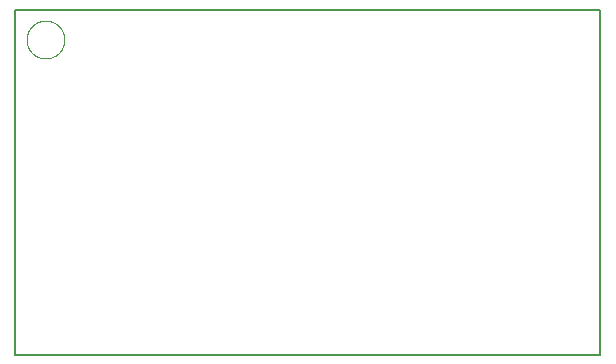
<source format=gko>
G75*
%MOIN*%
%OFA0B0*%
%FSLAX25Y25*%
%IPPOS*%
%LPD*%
%AMOC8*
5,1,8,0,0,1.08239X$1,22.5*
%
%ADD10C,0.00500*%
%ADD11C,0.00000*%
D10*
X0001500Y0001400D02*
X0001500Y0028900D01*
X0001500Y0116400D01*
X0196500Y0116400D01*
X0196500Y0028900D01*
X0196500Y0001400D01*
X0001500Y0001400D01*
D11*
X0005201Y0106400D02*
X0005203Y0106558D01*
X0005209Y0106716D01*
X0005219Y0106874D01*
X0005233Y0107032D01*
X0005251Y0107189D01*
X0005272Y0107346D01*
X0005298Y0107502D01*
X0005328Y0107658D01*
X0005361Y0107813D01*
X0005399Y0107966D01*
X0005440Y0108119D01*
X0005485Y0108271D01*
X0005534Y0108422D01*
X0005587Y0108571D01*
X0005643Y0108719D01*
X0005703Y0108865D01*
X0005767Y0109010D01*
X0005835Y0109153D01*
X0005906Y0109295D01*
X0005980Y0109435D01*
X0006058Y0109572D01*
X0006140Y0109708D01*
X0006224Y0109842D01*
X0006313Y0109973D01*
X0006404Y0110102D01*
X0006499Y0110229D01*
X0006596Y0110354D01*
X0006697Y0110476D01*
X0006801Y0110595D01*
X0006908Y0110712D01*
X0007018Y0110826D01*
X0007131Y0110937D01*
X0007246Y0111046D01*
X0007364Y0111151D01*
X0007485Y0111253D01*
X0007608Y0111353D01*
X0007734Y0111449D01*
X0007862Y0111542D01*
X0007992Y0111632D01*
X0008125Y0111718D01*
X0008260Y0111802D01*
X0008396Y0111881D01*
X0008535Y0111958D01*
X0008676Y0112030D01*
X0008818Y0112100D01*
X0008962Y0112165D01*
X0009108Y0112227D01*
X0009255Y0112285D01*
X0009404Y0112340D01*
X0009554Y0112391D01*
X0009705Y0112438D01*
X0009857Y0112481D01*
X0010010Y0112520D01*
X0010165Y0112556D01*
X0010320Y0112587D01*
X0010476Y0112615D01*
X0010632Y0112639D01*
X0010789Y0112659D01*
X0010947Y0112675D01*
X0011104Y0112687D01*
X0011263Y0112695D01*
X0011421Y0112699D01*
X0011579Y0112699D01*
X0011737Y0112695D01*
X0011896Y0112687D01*
X0012053Y0112675D01*
X0012211Y0112659D01*
X0012368Y0112639D01*
X0012524Y0112615D01*
X0012680Y0112587D01*
X0012835Y0112556D01*
X0012990Y0112520D01*
X0013143Y0112481D01*
X0013295Y0112438D01*
X0013446Y0112391D01*
X0013596Y0112340D01*
X0013745Y0112285D01*
X0013892Y0112227D01*
X0014038Y0112165D01*
X0014182Y0112100D01*
X0014324Y0112030D01*
X0014465Y0111958D01*
X0014604Y0111881D01*
X0014740Y0111802D01*
X0014875Y0111718D01*
X0015008Y0111632D01*
X0015138Y0111542D01*
X0015266Y0111449D01*
X0015392Y0111353D01*
X0015515Y0111253D01*
X0015636Y0111151D01*
X0015754Y0111046D01*
X0015869Y0110937D01*
X0015982Y0110826D01*
X0016092Y0110712D01*
X0016199Y0110595D01*
X0016303Y0110476D01*
X0016404Y0110354D01*
X0016501Y0110229D01*
X0016596Y0110102D01*
X0016687Y0109973D01*
X0016776Y0109842D01*
X0016860Y0109708D01*
X0016942Y0109572D01*
X0017020Y0109435D01*
X0017094Y0109295D01*
X0017165Y0109153D01*
X0017233Y0109010D01*
X0017297Y0108865D01*
X0017357Y0108719D01*
X0017413Y0108571D01*
X0017466Y0108422D01*
X0017515Y0108271D01*
X0017560Y0108119D01*
X0017601Y0107966D01*
X0017639Y0107813D01*
X0017672Y0107658D01*
X0017702Y0107502D01*
X0017728Y0107346D01*
X0017749Y0107189D01*
X0017767Y0107032D01*
X0017781Y0106874D01*
X0017791Y0106716D01*
X0017797Y0106558D01*
X0017799Y0106400D01*
X0017797Y0106242D01*
X0017791Y0106084D01*
X0017781Y0105926D01*
X0017767Y0105768D01*
X0017749Y0105611D01*
X0017728Y0105454D01*
X0017702Y0105298D01*
X0017672Y0105142D01*
X0017639Y0104987D01*
X0017601Y0104834D01*
X0017560Y0104681D01*
X0017515Y0104529D01*
X0017466Y0104378D01*
X0017413Y0104229D01*
X0017357Y0104081D01*
X0017297Y0103935D01*
X0017233Y0103790D01*
X0017165Y0103647D01*
X0017094Y0103505D01*
X0017020Y0103365D01*
X0016942Y0103228D01*
X0016860Y0103092D01*
X0016776Y0102958D01*
X0016687Y0102827D01*
X0016596Y0102698D01*
X0016501Y0102571D01*
X0016404Y0102446D01*
X0016303Y0102324D01*
X0016199Y0102205D01*
X0016092Y0102088D01*
X0015982Y0101974D01*
X0015869Y0101863D01*
X0015754Y0101754D01*
X0015636Y0101649D01*
X0015515Y0101547D01*
X0015392Y0101447D01*
X0015266Y0101351D01*
X0015138Y0101258D01*
X0015008Y0101168D01*
X0014875Y0101082D01*
X0014740Y0100998D01*
X0014604Y0100919D01*
X0014465Y0100842D01*
X0014324Y0100770D01*
X0014182Y0100700D01*
X0014038Y0100635D01*
X0013892Y0100573D01*
X0013745Y0100515D01*
X0013596Y0100460D01*
X0013446Y0100409D01*
X0013295Y0100362D01*
X0013143Y0100319D01*
X0012990Y0100280D01*
X0012835Y0100244D01*
X0012680Y0100213D01*
X0012524Y0100185D01*
X0012368Y0100161D01*
X0012211Y0100141D01*
X0012053Y0100125D01*
X0011896Y0100113D01*
X0011737Y0100105D01*
X0011579Y0100101D01*
X0011421Y0100101D01*
X0011263Y0100105D01*
X0011104Y0100113D01*
X0010947Y0100125D01*
X0010789Y0100141D01*
X0010632Y0100161D01*
X0010476Y0100185D01*
X0010320Y0100213D01*
X0010165Y0100244D01*
X0010010Y0100280D01*
X0009857Y0100319D01*
X0009705Y0100362D01*
X0009554Y0100409D01*
X0009404Y0100460D01*
X0009255Y0100515D01*
X0009108Y0100573D01*
X0008962Y0100635D01*
X0008818Y0100700D01*
X0008676Y0100770D01*
X0008535Y0100842D01*
X0008396Y0100919D01*
X0008260Y0100998D01*
X0008125Y0101082D01*
X0007992Y0101168D01*
X0007862Y0101258D01*
X0007734Y0101351D01*
X0007608Y0101447D01*
X0007485Y0101547D01*
X0007364Y0101649D01*
X0007246Y0101754D01*
X0007131Y0101863D01*
X0007018Y0101974D01*
X0006908Y0102088D01*
X0006801Y0102205D01*
X0006697Y0102324D01*
X0006596Y0102446D01*
X0006499Y0102571D01*
X0006404Y0102698D01*
X0006313Y0102827D01*
X0006224Y0102958D01*
X0006140Y0103092D01*
X0006058Y0103228D01*
X0005980Y0103365D01*
X0005906Y0103505D01*
X0005835Y0103647D01*
X0005767Y0103790D01*
X0005703Y0103935D01*
X0005643Y0104081D01*
X0005587Y0104229D01*
X0005534Y0104378D01*
X0005485Y0104529D01*
X0005440Y0104681D01*
X0005399Y0104834D01*
X0005361Y0104987D01*
X0005328Y0105142D01*
X0005298Y0105298D01*
X0005272Y0105454D01*
X0005251Y0105611D01*
X0005233Y0105768D01*
X0005219Y0105926D01*
X0005209Y0106084D01*
X0005203Y0106242D01*
X0005201Y0106400D01*
M02*

</source>
